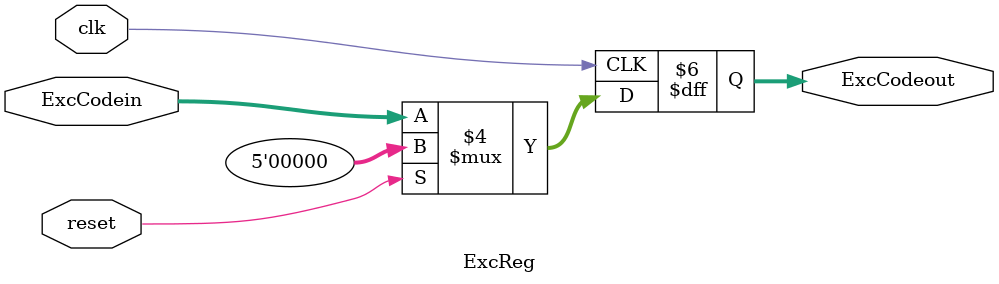
<source format=v>
`timescale 1ns / 1ps
module IF_ID(
	input [31:0]Instr0,
	input [31:0]PC0,
	input clk,
	input reset,
	input IF_ID_En,
	output reg[31:0]PC1,
	output reg[31:0]Instr1
    );
	initial begin
		PC1 = 0;
		Instr1 = 0;
	end
	always@(posedge clk)begin
		if(reset)begin
			//PC1 <= 0;
			Instr1 <= 0;
		end
		else if(IF_ID_En)begin
			PC1 <= PC0;
			Instr1 <= Instr0;
		end
	end
endmodule
////////////////////////////////////////////////////////
module ID_EX(
	input [31:0]PC1,
	input [31:0]Instr1,
	input clk,
	input reset,
	input Stall,
	input [31:0]imm32_1,
	input [31:0]A1,
	input [31:0]B1,
	input BD1,
	input Start1,
	output reg [31:0]PC2,
	output reg [31:0]Instr2,
	output reg [31:0]imm32_2,
	output reg [31:0]A2,
	output reg [31:0]B2,
	output reg BD2,
	output reg Start2
	);
	initial begin
		PC2 = 0;
		Instr2 = 0;
		imm32_2 = 0;
		A2 =0;
		B2 =0;
		Start2 = 0;
		BD2 = 0;
	end
	always@(posedge clk)begin
		if(reset)begin
			//PC2 <= 0;
			Instr2 <= 0;
			imm32_2 <= 0;
			A2 <=0;
			B2 <=0;
			Start2 <= 0;
			BD2 <= 0;
		end
		else if(Stall)begin
			PC2 <= PC1;
			Instr2 <= 0;
			imm32_2 <= 0;
			A2 <=0;
			B2 <=0;
			Start2 <= 0;
			BD2 <= BD1;
		end
		else begin
			PC2 <= PC1;
			Instr2 <= Instr1;
			imm32_2 <= imm32_1;
			A2 <= A1;
			B2 <= B1;
			Start2 <= Start1;
			BD2 <= BD1;
		end
	end
endmodule
////////////////////////////////////////////////////////////////
module EX_MEM(
	input [31:0]PC2,
	input [31:0]Result2,
	input [31:0]B2,
	input [4:0]WA2,
	input clk,
	input reset,
	input [31:0]Instr2,
	input [31:0]imm32_2,
	input BD2,
	output reg [31:0]PC3,
	output reg [31:0]Result3,
	output reg [31:0]B3,
	output reg [31:0]Instr3,
	output reg [4:0]WA3,
	output reg [31:0]imm32_3,
	output reg BD3
	);
	initial begin
		PC3 = 0;
		Result3 = 0;
		B3 = 0;
		WA3 = 0;
		Instr3 = 0;
		imm32_3 = 0;
		BD3 = 0;
	end
	always@(posedge clk)begin
		if(reset)begin
			//PC3 <= 0;
			Result3 <= 0;
			B3 <= 0;
			WA3 <= 0;
			Instr3 <= 0;
			imm32_3 <= 0;
			BD3 <= 0;
		end
		else begin
			PC3 <= PC2;
			Result3 <= Result2;
			B3 <= B2;
			WA3 <= WA2;
			Instr3 <= Instr2;
			imm32_3 <= imm32_2;
			BD3 <= BD2;
		end
	end
endmodule
//////////////////////////////////////////////////////////
module MEM_WB(
	input [31:0]PC3,
	input [31:0]Instr3,
	input [31:0]RD3,
	input [31:0]Result3,
	input [4:0]WA3,
	input [31:0]DOut3,
	input clk,
	input reset,
	output reg [31:0]PC4,
	output reg [31:0]Instr4,
	output reg [31:0]RD4,
	output reg [31:0]Result4,
	output reg [4:0]WA4,
	output reg [31:0]DOut4
	);
	initial begin
		PC4 = 0;
		Instr4 = 0;
		RD4 = 0;
		Result4 = 0;
		WA4 = 0;
		DOut4 = 0;
	end
	always@(posedge clk)begin
		if(reset)begin
			//PC4 <= 0;
			Instr4 <= 0;
			RD4 <= 0;
			Result4 <= 0;
			WA4 <= 0;
			DOut4 <= 0;
		end
		else begin
			PC4 <= PC3;
			Instr4 <= Instr3;
			RD4 <= RD3;
			Result4 <= Result3;
			WA4 <= WA3;
			DOut4 <= DOut3;
		end
	end
endmodule
/////////////////////////////////////////////////////
module ExcReg(
	input clk,
	input reset,
	input [4:0] ExcCodein,
	output reg [4:0] ExcCodeout
	);
	
	initial
		ExcCodeout = 0;
	
	always @(posedge clk)begin
		if(reset)
			ExcCodeout <= 0;
		else
			ExcCodeout <= ExcCodein;
	end
endmodule
///////////////////////////////////////////////////////
</source>
